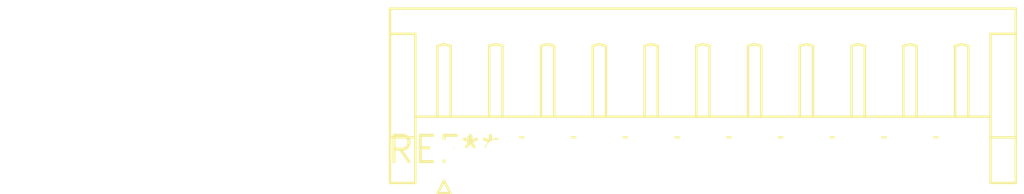
<source format=kicad_pcb>
(kicad_pcb (version 20240108) (generator pcbnew)
  (layers (0 "F.Cu" signal) (31 "B.Cu" signal) (34 "B.Paste" user) (35 "F.Paste" user) (36 "B.SilkS" user "B.Silkscreen") (37 "F.SilkS" user "F.Silkscreen") (38 "B.Mask" user) (39 "F.Mask" user) (44 "Edge.Cuts" user))
  (net 0 "")
  (footprint "JST_EH_S11B-EH_1x11_P2.50mm_Horizontal" (layer "F.Cu") (at 0 0)
    (property "Reference" "REF**")
    (property "Value" "JST_EH_S11B-EH_1x11_P2.50mm_Horizontal")
    (fp_line (start -2.61 -6.81) (end 27.61 -6.81) (layer "F.SilkS") (stroke (width 0.12)))
    (fp_line (start -2.61 -5.59) (end -1.39 -5.59) (layer "F.SilkS") (stroke (width 0.12)))
    (fp_line (start -2.61 1.61) (end -2.61 -6.81) (layer "F.SilkS") (stroke (width 0.12)))
    (fp_line (start -1.39 -5.59) (end -1.39 -0.59) (layer "F.SilkS") (stroke (width 0.12)))
    (fp_line (start -1.39 -1.59) (end 26.39 -1.59) (layer "F.SilkS") (stroke (width 0.12)))
    (fp_line (start -1.39 -0.59) (end -2.61 -0.59) (layer "F.SilkS") (stroke (width 0.12)))
    (fp_line (start -1.39 -0.59) (end -1.39 1.61) (layer "F.SilkS") (stroke (width 0.12)))
    (fp_line (start -1.39 1.61) (end -2.61 1.61) (layer "F.SilkS") (stroke (width 0.12)))
    (fp_line (start -0.32 -5.01) (end 0 -5.09) (layer "F.SilkS") (stroke (width 0.12)))
    (fp_line (start -0.32 -1.59) (end -0.32 -5.01) (layer "F.SilkS") (stroke (width 0.12)))
    (fp_line (start -0.3 2.1) (end 0.3 2.1) (layer "F.SilkS") (stroke (width 0.12)))
    (fp_line (start 0 -5.09) (end 0.32 -5.01) (layer "F.SilkS") (stroke (width 0.12)))
    (fp_line (start 0 -1.59) (end -0.32 -1.59) (layer "F.SilkS") (stroke (width 0.12)))
    (fp_line (start 0 1.5) (end -0.3 2.1) (layer "F.SilkS") (stroke (width 0.12)))
    (fp_line (start 0.3 2.1) (end 0 1.5) (layer "F.SilkS") (stroke (width 0.12)))
    (fp_line (start 0.32 -5.01) (end 0.32 -1.59) (layer "F.SilkS") (stroke (width 0.12)))
    (fp_line (start 0.32 -1.59) (end 0 -1.59) (layer "F.SilkS") (stroke (width 0.12)))
    (fp_line (start 1.17 -0.59) (end 1.33 -0.59) (layer "F.SilkS") (stroke (width 0.12)))
    (fp_line (start 2.18 -5.01) (end 2.5 -5.09) (layer "F.SilkS") (stroke (width 0.12)))
    (fp_line (start 2.18 -1.59) (end 2.18 -5.01) (layer "F.SilkS") (stroke (width 0.12)))
    (fp_line (start 2.5 -5.09) (end 2.82 -5.01) (layer "F.SilkS") (stroke (width 0.12)))
    (fp_line (start 2.5 -1.59) (end 2.18 -1.59) (layer "F.SilkS") (stroke (width 0.12)))
    (fp_line (start 2.82 -5.01) (end 2.82 -1.59) (layer "F.SilkS") (stroke (width 0.12)))
    (fp_line (start 2.82 -1.59) (end 2.5 -1.59) (layer "F.SilkS") (stroke (width 0.12)))
    (fp_line (start 3.67 -0.59) (end 3.83 -0.59) (layer "F.SilkS") (stroke (width 0.12)))
    (fp_line (start 4.68 -5.01) (end 5 -5.09) (layer "F.SilkS") (stroke (width 0.12)))
    (fp_line (start 4.68 -1.59) (end 4.68 -5.01) (layer "F.SilkS") (stroke (width 0.12)))
    (fp_line (start 5 -5.09) (end 5.32 -5.01) (layer "F.SilkS") (stroke (width 0.12)))
    (fp_line (start 5 -1.59) (end 4.68 -1.59) (layer "F.SilkS") (stroke (width 0.12)))
    (fp_line (start 5.32 -5.01) (end 5.32 -1.59) (layer "F.SilkS") (stroke (width 0.12)))
    (fp_line (start 5.32 -1.59) (end 5 -1.59) (layer "F.SilkS") (stroke (width 0.12)))
    (fp_line (start 6.17 -0.59) (end 6.33 -0.59) (layer "F.SilkS") (stroke (width 0.12)))
    (fp_line (start 7.18 -5.01) (end 7.5 -5.09) (layer "F.SilkS") (stroke (width 0.12)))
    (fp_line (start 7.18 -1.59) (end 7.18 -5.01) (layer "F.SilkS") (stroke (width 0.12)))
    (fp_line (start 7.5 -5.09) (end 7.82 -5.01) (layer "F.SilkS") (stroke (width 0.12)))
    (fp_line (start 7.5 -1.59) (end 7.18 -1.59) (layer "F.SilkS") (stroke (width 0.12)))
    (fp_line (start 7.82 -5.01) (end 7.82 -1.59) (layer "F.SilkS") (stroke (width 0.12)))
    (fp_line (start 7.82 -1.59) (end 7.5 -1.59) (layer "F.SilkS") (stroke (width 0.12)))
    (fp_line (start 8.67 -0.59) (end 8.83 -0.59) (layer "F.SilkS") (stroke (width 0.12)))
    (fp_line (start 9.68 -5.01) (end 10 -5.09) (layer "F.SilkS") (stroke (width 0.12)))
    (fp_line (start 9.68 -1.59) (end 9.68 -5.01) (layer "F.SilkS") (stroke (width 0.12)))
    (fp_line (start 10 -5.09) (end 10.32 -5.01) (layer "F.SilkS") (stroke (width 0.12)))
    (fp_line (start 10 -1.59) (end 9.68 -1.59) (layer "F.SilkS") (stroke (width 0.12)))
    (fp_line (start 10.32 -5.01) (end 10.32 -1.59) (layer "F.SilkS") (stroke (width 0.12)))
    (fp_line (start 10.32 -1.59) (end 10 -1.59) (layer "F.SilkS") (stroke (width 0.12)))
    (fp_line (start 11.17 -0.59) (end 11.33 -0.59) (layer "F.SilkS") (stroke (width 0.12)))
    (fp_line (start 12.18 -5.01) (end 12.5 -5.09) (layer "F.SilkS") (stroke (width 0.12)))
    (fp_line (start 12.18 -1.59) (end 12.18 -5.01) (layer "F.SilkS") (stroke (width 0.12)))
    (fp_line (start 12.5 -5.09) (end 12.82 -5.01) (layer "F.SilkS") (stroke (width 0.12)))
    (fp_line (start 12.5 -1.59) (end 12.18 -1.59) (layer "F.SilkS") (stroke (width 0.12)))
    (fp_line (start 12.82 -5.01) (end 12.82 -1.59) (layer "F.SilkS") (stroke (width 0.12)))
    (fp_line (start 12.82 -1.59) (end 12.5 -1.59) (layer "F.SilkS") (stroke (width 0.12)))
    (fp_line (start 13.67 -0.59) (end 13.83 -0.59) (layer "F.SilkS") (stroke (width 0.12)))
    (fp_line (start 14.68 -5.01) (end 15 -5.09) (layer "F.SilkS") (stroke (width 0.12)))
    (fp_line (start 14.68 -1.59) (end 14.68 -5.01) (layer "F.SilkS") (stroke (width 0.12)))
    (fp_line (start 15 -5.09) (end 15.32 -5.01) (layer "F.SilkS") (stroke (width 0.12)))
    (fp_line (start 15 -1.59) (end 14.68 -1.59) (layer "F.SilkS") (stroke (width 0.12)))
    (fp_line (start 15.32 -5.01) (end 15.32 -1.59) (layer "F.SilkS") (stroke (width 0.12)))
    (fp_line (start 15.32 -1.59) (end 15 -1.59) (layer "F.SilkS") (stroke (width 0.12)))
    (fp_line (start 16.17 -0.59) (end 16.33 -0.59) (layer "F.SilkS") (stroke (width 0.12)))
    (fp_line (start 17.18 -5.01) (end 17.5 -5.09) (layer "F.SilkS") (stroke (width 0.12)))
    (fp_line (start 17.18 -1.59) (end 17.18 -5.01) (layer "F.SilkS") (stroke (width 0.12)))
    (fp_line (start 17.5 -5.09) (end 17.82 -5.01) (layer "F.SilkS") (stroke (width 0.12)))
    (fp_line (start 17.5 -1.59) (end 17.18 -1.59) (layer "F.SilkS") (stroke (width 0.12)))
    (fp_line (start 17.82 -5.01) (end 17.82 -1.59) (layer "F.SilkS") (stroke (width 0.12)))
    (fp_line (start 17.82 -1.59) (end 17.5 -1.59) (layer "F.SilkS") (stroke (width 0.12)))
    (fp_line (start 18.67 -0.59) (end 18.83 -0.59) (layer "F.SilkS") (stroke (width 0.12)))
    (fp_line (start 19.68 -5.01) (end 20 -5.09) (layer "F.SilkS") (stroke (width 0.12)))
    (fp_line (start 19.68 -1.59) (end 19.68 -5.01) (layer "F.SilkS") (stroke (width 0.12)))
    (fp_line (start 20 -5.09) (end 20.32 -5.01) (layer "F.SilkS") (stroke (width 0.12)))
    (fp_line (start 20 -1.59) (end 19.68 -1.59) (layer "F.SilkS") (stroke (width 0.12)))
    (fp_line (start 20.32 -5.01) (end 20.32 -1.59) (layer "F.SilkS") (stroke (width 0.12)))
    (fp_line (start 20.32 -1.59) (end 20 -1.59) (layer "F.SilkS") (stroke (width 0.12)))
    (fp_line (start 21.17 -0.59) (end 21.33 -0.59) (layer "F.SilkS") (stroke (width 0.12)))
    (fp_line (start 22.18 -5.01) (end 22.5 -5.09) (layer "F.SilkS") (stroke (width 0.12)))
    (fp_line (start 22.18 -1.59) (end 22.18 -5.01) (layer "F.SilkS") (stroke (width 0.12)))
    (fp_line (start 22.5 -5.09) (end 22.82 -5.01) (layer "F.SilkS") (stroke (width 0.12)))
    (fp_line (start 22.5 -1.59) (end 22.18 -1.59) (layer "F.SilkS") (stroke (width 0.12)))
    (fp_line (start 22.82 -5.01) (end 22.82 -1.59) (layer "F.SilkS") (stroke (width 0.12)))
    (fp_line (start 22.82 -1.59) (end 22.5 -1.59) (layer "F.SilkS") (stroke (width 0.12)))
    (fp_line (start 23.67 -0.59) (end 23.83 -0.59) (layer "F.SilkS") (stroke (width 0.12)))
    (fp_line (start 24.68 -5.01) (end 25 -5.09) (layer "F.SilkS") (stroke (width 0.12)))
    (fp_line (start 24.68 -1.59) (end 24.68 -5.01) (layer "F.SilkS") (stroke (width 0.12)))
    (fp_line (start 25 -5.09) (end 25.32 -5.01) (layer "F.SilkS") (stroke (width 0.12)))
    (fp_line (start 25 -1.59) (end 24.68 -1.59) (layer "F.SilkS") (stroke (width 0.12)))
    (fp_line (start 25.32 -5.01) (end 25.32 -1.59) (layer "F.SilkS") (stroke (width 0.12)))
    (fp_line (start 25.32 -1.59) (end 25 -1.59) (layer "F.SilkS") (stroke (width 0.12)))
    (fp_line (start 26.39 -5.59) (end 26.39 -0.59) (layer "F.SilkS") (stroke (width 0.12)))
    (fp_line (start 26.39 -0.59) (end 27.61 -0.59) (layer "F.SilkS") (stroke (width 0.12)))
    (fp_line (start 26.39 1.61) (end 26.39 -0.59) (layer "F.SilkS") (stroke (width 0.12)))
    (fp_line (start 27.61 -6.81) (end 27.61 1.61) (layer "F.SilkS") (stroke (width 0.12)))
    (fp_line (start 27.61 -5.59) (end 26.39 -5.59) (layer "F.SilkS") (stroke (width 0.12)))
    (fp_line (start 27.61 1.61) (end 26.39 1.61) (layer "F.SilkS") (stroke (width 0.12)))
    (pad "1" thru_hole roundrect (at 0 0) (size 1.7 1.95) (drill 0.95) (layers *.Cu *.Mask) (remove_unused_layers) (roundrect_rratio 0.147059))
    (pad "2" thru_hole oval (at 2.5 0) (size 1.7 1.95) (drill 0.95) (layers *.Cu *.Mask) (remove_unused_layers))
    (pad "3" thru_hole oval (at 5 0) (size 1.7 1.95) (drill 0.95) (layers *.Cu *.Mask) (remove_unused_layers))
    (pad "4" thru_hole oval (at 7.5 0) (size 1.7 1.95) (drill 0.95) (layers *.Cu *.Mask) (remove_unused_layers))
    (pad "5" thru_hole oval (at 10 0) (size 1.7 1.95) (drill 0.95) (layers *.Cu *.Mask) (remove_unused_layers))
    (pad "6" thru_hole oval (at 12.5 0) (size 1.7 1.95) (drill 0.95) (layers *.Cu *.Mask) (remove_unused_layers))
    (pad "7" thru_hole oval (at 15 0) (size 1.7 1.95) (drill 0.95) (layers *.Cu *.Mask) (remove_unused_layers))
    (pad "8" thru_hole oval (at 17.5 0) (size 1.7 1.95) (drill 0.95) (layers *.Cu *.Mask) (remove_unused_layers))
    (pad "9" thru_hole oval (at 20 0) (size 1.7 1.95) (drill 0.95) (layers *.Cu *.Mask) (remove_unused_layers))
    (pad "10" thru_hole oval (at 22.5 0) (size 1.7 1.95) (drill 0.95) (layers *.Cu *.Mask) (remove_unused_layers))
    (pad "11" thru_hole oval (at 25 0) (size 1.7 1.95) (drill 0.95) (layers *.Cu *.Mask) (remove_unused_layers))
  )
)
</source>
